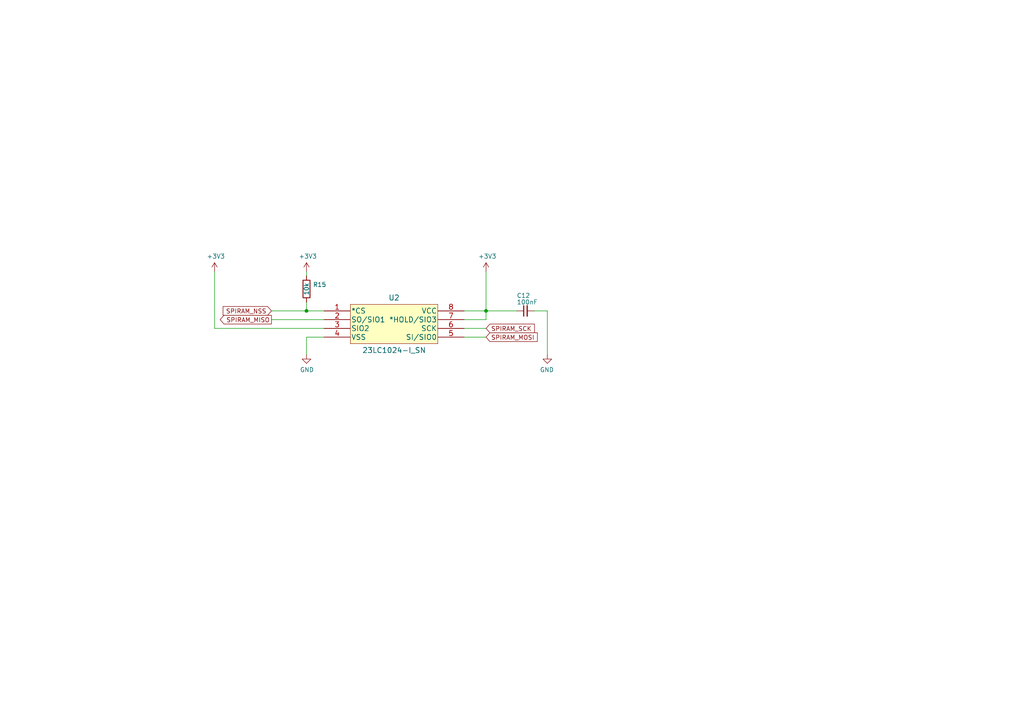
<source format=kicad_sch>
(kicad_sch (version 20211123) (generator eeschema)
  (paper "A4")
  (lib_symbols
    (symbol "23LC1024:23LC1024-I_SN" (pin_names (offset 0.254))
      (property "Reference" "U" (at 0 7.62 0))
      (property "Value" "23LC1024-I_SN" (at 0.635 -6.985 0))
      (symbol "23LC1024-I_SN_1_1"
        (rectangle (start -12.7 5.715) (end 12.7 -5.715) (stroke (width 0.127)) (fill (type background)))
        (pin input line (at -20.32 3.81 0) (length 7.62) (name "*CS") (number "1"))
        (pin bidirectional line (at -20.32 1.27 0) (length 7.62) (name "SO/SIO1") (number "2"))
        (pin bidirectional line (at -20.32 -1.27 0) (length 7.62) (name "SIO2") (number "3"))
        (pin power_in line (at -20.32 -3.81 0) (length 7.62) (name "VSS") (number "4"))
        (pin bidirectional line (at 20.32 -3.81 180) (length 7.62) (name "SI/SIO0") (number "5"))
        (pin input line (at 20.32 -1.27 180) (length 7.62) (name "SCK") (number "6"))
        (pin bidirectional line (at 20.32 1.27 180) (length 7.62) (name "*HOLD/SIO3") (number "7"))
        (pin power_in line (at 20.32 3.81 180) (length 7.62) (name "VCC") (number "8"))
      )
    )
    (symbol "Device:C_Small" (pin_numbers hide) (pin_names (offset 0.254) hide)
      (property "Reference" "C" (at 0.254 1.778 0))
      (property "Value" "C_Small" (at 0.254 -2.032 0))
      (symbol "C_Small_0_1"
        (polyline (pts (xy -1.524 -0.508) (xy 1.524 -0.508)) (stroke (width 0.3302)))
        (polyline (pts (xy -1.524 0.508) (xy 1.524 0.508)) (stroke (width 0.3048)))
      )
      (symbol "C_Small_1_1"
        (pin passive line (at 0 2.54 270) (length 2.032) (name "~") (number "1"))
        (pin passive line (at 0 -2.54 90) (length 2.032) (name "~") (number "2"))
      )
    )
    (symbol "Device:R" (pin_numbers hide) (pin_names (offset 0))
      (property "Reference" "R" (at 2.032 0 90))
      (property "Value" "R" (at 0 0 90))
      (symbol "R_0_1"
        (rectangle (start -1.016 -2.54) (end 1.016 2.54) (stroke (width 0.254)))
      )
      (symbol "R_1_1"
        (pin passive line (at 0 3.81 270) (length 1.27) (name "~") (number "1"))
        (pin passive line (at 0 -3.81 90) (length 1.27) (name "~") (number "2"))
      )
    )
    (symbol "power:+3.3V" (power) (pin_names (offset 0))
      (property "Value" "+3.3V" (at 0 3.556 0))
      (symbol "+3.3V_0_1"
        (polyline (pts (xy -0.762 1.27) (xy 0 2.54)))
        (polyline (pts (xy 0 0) (xy 0 2.54)))
        (polyline (pts (xy 0 2.54) (xy 0.762 1.27)))
      )
      (symbol "+3.3V_1_1"
        (pin power_in line (at 0 0 90) (length 0) hide (name "+3V3") (number "1"))
      )
    )
    (symbol "power:GND" (power) (pin_names (offset 0))
      (property "Value" "GND" (at 0 -3.81 0))
      (symbol "GND_0_1"
        (polyline (pts (xy 0 0) (xy 0 -1.27) (xy 1.27 -1.27) (xy 0 -2.54) (xy -1.27 -1.27) (xy 0 -1.27)))
      )
      (symbol "GND_1_1"
        (pin power_in line (at 0 0 270) (length 0) hide (name "GND") (number "1"))
      )
    )
  )
  (junction (at 140.97 90.17))
  (junction (at 88.9 90.17))
  (wire (pts (xy 154.94 90.17) (xy 158.75 90.17)))
  (wire (pts (xy 78.74 92.71) (xy 93.98 92.71)))
  (wire (pts (xy 140.97 78.74) (xy 140.97 90.17)))
  (wire (pts (xy 134.62 90.17) (xy 140.97 90.17)))
  (wire (pts (xy 134.62 95.25) (xy 140.97 95.25)))
  (wire (pts (xy 62.23 95.25) (xy 62.23 78.74)))
  (wire (pts (xy 62.23 95.25) (xy 93.98 95.25)))
  (wire (pts (xy 88.9 97.79) (xy 88.9 102.87)))
  (wire (pts (xy 78.74 90.17) (xy 88.9 90.17)))
  (wire (pts (xy 140.97 92.71) (xy 140.97 90.17)))
  (wire (pts (xy 93.98 97.79) (xy 88.9 97.79)))
  (wire (pts (xy 88.9 90.17) (xy 93.98 90.17)))
  (wire (pts (xy 88.9 78.74) (xy 88.9 80.01)))
  (wire (pts (xy 134.62 97.79) (xy 140.97 97.79)))
  (wire (pts (xy 140.97 90.17) (xy 149.86 90.17)))
  (wire (pts (xy 134.62 92.71) (xy 140.97 92.71)))
  (wire (pts (xy 88.9 87.63) (xy 88.9 90.17)))
  (wire (pts (xy 158.75 90.17) (xy 158.75 102.87)))
  (global_label "SPIRAM_SCK" (shape input) (at 140.97 95.25 0) (property "Intersheet References" "${INTERSHEET_REFS}" (effects hide)))
  (global_label "SPIRAM_MOSI" (shape input) (at 140.97 97.79 0) (property "Intersheet References" "${INTERSHEET_REFS}" (effects hide)))
  (global_label "SPIRAM_MISO" (shape output) (at 78.74 92.71 180) (property "Intersheet References" "${INTERSHEET_REFS}" (effects hide)))
  (global_label "SPIRAM_NSS" (shape input) (at 78.74 90.17 180) (property "Intersheet References" "${INTERSHEET_REFS}" (effects hide)))
  (symbol (lib_id "23LC1024:23LC1024-I_SN") (at 114.3 93.98 0) (unit 1)
    (property "Reference" "U2" (at 114.3 86.36 0) (effects (font (size 1.524 1.524))))
    (property "Value" "23LC1024-I_SN" (at 114.3 101.6 0) (effects (font (size 1.524 1.524))))
    (property "Footprint" "Package_SO:SOIC-8_3.9x4.9mm_P1.27mm" (effects hide))
    (property "LCSC" "C261881" (effects hide))
  )
  (symbol (lib_id "Device:R") (at 88.9 83.82 180) (unit 1)
    (property "Reference" "R15" (at 92.71 82.55 0))
    (property "Value" "10k" (at 88.9 83.82 90))
    (property "Footprint" "Resistor_SMD:R_0603_1608Metric_Pad0.98x0.95mm_HandSolder" (effects hide))
    (property "LCSC" "C25804" (effects hide))
  )
  (symbol (lib_id "power:GND") (at 158.75 102.87 0) (mirror y) (unit 1)
    (property "Reference" "#PWR028" (effects hide))
    (property "Value" "GND" (at 158.623 107.2642 0))
  )
  (symbol (lib_id "power:GND") (at 88.9 102.87 0) (unit 1)
    (property "Reference" "#PWR026" (effects hide))
    (property "Value" "GND" (at 89.027 107.2642 0))
  )
  (symbol (lib_id "Device:C_Small") (at 152.4 90.17 90) (mirror x) (unit 1)
    (property "Reference" "C12" (at 149.86 85.725 90) (effects (justify right)))
    (property "Value" "100nF" (at 149.86 87.63 90) (effects (justify right)))
    (property "Footprint" "Capacitor_SMD:C_0603_1608Metric_Pad1.08x0.95mm_HandSolder" (effects hide))
    (property "LCSC" "C14663" (effects hide))
  )
  (symbol (lib_id "power:+3.3V") (at 62.23 78.74 0) (unit 1)
    (property "Reference" "#PWR024" (effects hide))
    (property "Value" "+3.3V" (at 62.611 74.3458 0))
  )
  (symbol (lib_id "power:+3.3V") (at 88.9 78.74 0) (unit 1)
    (property "Reference" "#PWR025" (effects hide))
    (property "Value" "+3.3V" (at 89.281 74.3458 0))
  )
  (symbol (lib_id "power:+3.3V") (at 140.97 78.74 0) (unit 1)
    (property "Reference" "#PWR027" (effects hide))
    (property "Value" "+3.3V" (at 141.351 74.3458 0))
  )
)
</source>
